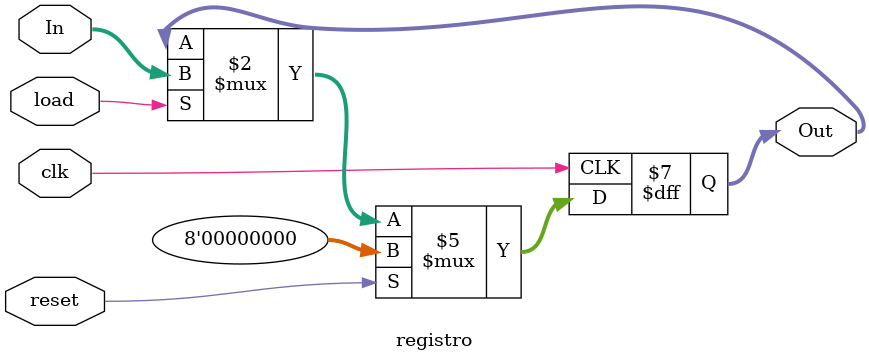
<source format=sv>
`timescale 1ns / 1ps


module registro #(parameter N = 8)(
    input logic clk, reset, load,
    input logic [N-1:0] In,
    output logic [N-1:0] Out
    );

    always_ff @( posedge clk ) begin
        if(reset) Out <= 'b0;
        else if(load) Out <= In;
    end
endmodule

</source>
